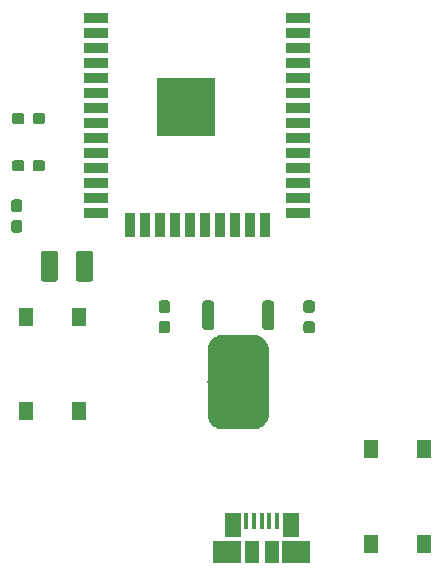
<source format=gtp>
G04 #@! TF.GenerationSoftware,KiCad,Pcbnew,(5.0.0)*
G04 #@! TF.CreationDate,2019-09-16T11:16:57+09:00*
G04 #@! TF.ProjectId,ESP32,45535033322E6B696361645F70636200,rev?*
G04 #@! TF.SameCoordinates,Original*
G04 #@! TF.FileFunction,Paste,Top*
G04 #@! TF.FilePolarity,Positive*
%FSLAX46Y46*%
G04 Gerber Fmt 4.6, Leading zero omitted, Abs format (unit mm)*
G04 Created by KiCad (PCBNEW (5.0.0)) date 09/16/19 11:16:57*
%MOMM*%
%LPD*%
G01*
G04 APERTURE LIST*
%ADD10R,5.000000X5.000000*%
%ADD11R,2.000000X0.900000*%
%ADD12R,0.900000X2.000000*%
%ADD13C,0.100000*%
%ADD14C,0.950000*%
%ADD15R,0.450000X1.380000*%
%ADD16R,1.475000X2.100000*%
%ADD17R,2.375000X1.900000*%
%ADD18R,1.175000X1.900000*%
%ADD19C,1.425000*%
%ADD20R,1.300000X1.550000*%
%ADD21C,1.000000*%
%ADD22C,5.200000*%
G04 APERTURE END LIST*
D10*
G04 #@! TO.C,U1*
X116550000Y-91550000D03*
D11*
X126045000Y-84020000D03*
X126045000Y-85290000D03*
X126045000Y-86560000D03*
X126045000Y-87830000D03*
X126045000Y-89100000D03*
X126045000Y-90370000D03*
X126045000Y-91640000D03*
X126045000Y-92910000D03*
X126045000Y-94180000D03*
X126045000Y-95450000D03*
X126045000Y-96720000D03*
X126045000Y-97990000D03*
X126045000Y-99260000D03*
X126045000Y-100530000D03*
D12*
X123265000Y-101550000D03*
X121995000Y-101550000D03*
X120725000Y-101550000D03*
X119445000Y-101550000D03*
X118185000Y-101550000D03*
X116915000Y-101550000D03*
X115645000Y-101550000D03*
X114375000Y-101550000D03*
X113105000Y-101550000D03*
X111845000Y-101550000D03*
D11*
X108995000Y-100530000D03*
X108995000Y-99260000D03*
X108995000Y-97990000D03*
X108995000Y-96720000D03*
X108995000Y-95450000D03*
X108995000Y-94180000D03*
X108995000Y-92910000D03*
X108995000Y-91640000D03*
X108995000Y-90370000D03*
X108995000Y-89100000D03*
X108995000Y-87830000D03*
X108995000Y-86560000D03*
X108995000Y-85290000D03*
X108995000Y-84020000D03*
G04 #@! TD*
D13*
G04 #@! TO.C,C1*
G36*
X102685779Y-92026144D02*
X102708834Y-92029563D01*
X102731443Y-92035227D01*
X102753387Y-92043079D01*
X102774457Y-92053044D01*
X102794448Y-92065026D01*
X102813168Y-92078910D01*
X102830438Y-92094562D01*
X102846090Y-92111832D01*
X102859974Y-92130552D01*
X102871956Y-92150543D01*
X102881921Y-92171613D01*
X102889773Y-92193557D01*
X102895437Y-92216166D01*
X102898856Y-92239221D01*
X102900000Y-92262500D01*
X102900000Y-92737500D01*
X102898856Y-92760779D01*
X102895437Y-92783834D01*
X102889773Y-92806443D01*
X102881921Y-92828387D01*
X102871956Y-92849457D01*
X102859974Y-92869448D01*
X102846090Y-92888168D01*
X102830438Y-92905438D01*
X102813168Y-92921090D01*
X102794448Y-92934974D01*
X102774457Y-92946956D01*
X102753387Y-92956921D01*
X102731443Y-92964773D01*
X102708834Y-92970437D01*
X102685779Y-92973856D01*
X102662500Y-92975000D01*
X102087500Y-92975000D01*
X102064221Y-92973856D01*
X102041166Y-92970437D01*
X102018557Y-92964773D01*
X101996613Y-92956921D01*
X101975543Y-92946956D01*
X101955552Y-92934974D01*
X101936832Y-92921090D01*
X101919562Y-92905438D01*
X101903910Y-92888168D01*
X101890026Y-92869448D01*
X101878044Y-92849457D01*
X101868079Y-92828387D01*
X101860227Y-92806443D01*
X101854563Y-92783834D01*
X101851144Y-92760779D01*
X101850000Y-92737500D01*
X101850000Y-92262500D01*
X101851144Y-92239221D01*
X101854563Y-92216166D01*
X101860227Y-92193557D01*
X101868079Y-92171613D01*
X101878044Y-92150543D01*
X101890026Y-92130552D01*
X101903910Y-92111832D01*
X101919562Y-92094562D01*
X101936832Y-92078910D01*
X101955552Y-92065026D01*
X101975543Y-92053044D01*
X101996613Y-92043079D01*
X102018557Y-92035227D01*
X102041166Y-92029563D01*
X102064221Y-92026144D01*
X102087500Y-92025000D01*
X102662500Y-92025000D01*
X102685779Y-92026144D01*
X102685779Y-92026144D01*
G37*
D14*
X102375000Y-92500000D03*
D13*
G36*
X104435779Y-92026144D02*
X104458834Y-92029563D01*
X104481443Y-92035227D01*
X104503387Y-92043079D01*
X104524457Y-92053044D01*
X104544448Y-92065026D01*
X104563168Y-92078910D01*
X104580438Y-92094562D01*
X104596090Y-92111832D01*
X104609974Y-92130552D01*
X104621956Y-92150543D01*
X104631921Y-92171613D01*
X104639773Y-92193557D01*
X104645437Y-92216166D01*
X104648856Y-92239221D01*
X104650000Y-92262500D01*
X104650000Y-92737500D01*
X104648856Y-92760779D01*
X104645437Y-92783834D01*
X104639773Y-92806443D01*
X104631921Y-92828387D01*
X104621956Y-92849457D01*
X104609974Y-92869448D01*
X104596090Y-92888168D01*
X104580438Y-92905438D01*
X104563168Y-92921090D01*
X104544448Y-92934974D01*
X104524457Y-92946956D01*
X104503387Y-92956921D01*
X104481443Y-92964773D01*
X104458834Y-92970437D01*
X104435779Y-92973856D01*
X104412500Y-92975000D01*
X103837500Y-92975000D01*
X103814221Y-92973856D01*
X103791166Y-92970437D01*
X103768557Y-92964773D01*
X103746613Y-92956921D01*
X103725543Y-92946956D01*
X103705552Y-92934974D01*
X103686832Y-92921090D01*
X103669562Y-92905438D01*
X103653910Y-92888168D01*
X103640026Y-92869448D01*
X103628044Y-92849457D01*
X103618079Y-92828387D01*
X103610227Y-92806443D01*
X103604563Y-92783834D01*
X103601144Y-92760779D01*
X103600000Y-92737500D01*
X103600000Y-92262500D01*
X103601144Y-92239221D01*
X103604563Y-92216166D01*
X103610227Y-92193557D01*
X103618079Y-92171613D01*
X103628044Y-92150543D01*
X103640026Y-92130552D01*
X103653910Y-92111832D01*
X103669562Y-92094562D01*
X103686832Y-92078910D01*
X103705552Y-92065026D01*
X103725543Y-92053044D01*
X103746613Y-92043079D01*
X103768557Y-92035227D01*
X103791166Y-92029563D01*
X103814221Y-92026144D01*
X103837500Y-92025000D01*
X104412500Y-92025000D01*
X104435779Y-92026144D01*
X104435779Y-92026144D01*
G37*
D14*
X104125000Y-92500000D03*
G04 #@! TD*
D13*
G04 #@! TO.C,C2*
G36*
X102510779Y-99351144D02*
X102533834Y-99354563D01*
X102556443Y-99360227D01*
X102578387Y-99368079D01*
X102599457Y-99378044D01*
X102619448Y-99390026D01*
X102638168Y-99403910D01*
X102655438Y-99419562D01*
X102671090Y-99436832D01*
X102684974Y-99455552D01*
X102696956Y-99475543D01*
X102706921Y-99496613D01*
X102714773Y-99518557D01*
X102720437Y-99541166D01*
X102723856Y-99564221D01*
X102725000Y-99587500D01*
X102725000Y-100162500D01*
X102723856Y-100185779D01*
X102720437Y-100208834D01*
X102714773Y-100231443D01*
X102706921Y-100253387D01*
X102696956Y-100274457D01*
X102684974Y-100294448D01*
X102671090Y-100313168D01*
X102655438Y-100330438D01*
X102638168Y-100346090D01*
X102619448Y-100359974D01*
X102599457Y-100371956D01*
X102578387Y-100381921D01*
X102556443Y-100389773D01*
X102533834Y-100395437D01*
X102510779Y-100398856D01*
X102487500Y-100400000D01*
X102012500Y-100400000D01*
X101989221Y-100398856D01*
X101966166Y-100395437D01*
X101943557Y-100389773D01*
X101921613Y-100381921D01*
X101900543Y-100371956D01*
X101880552Y-100359974D01*
X101861832Y-100346090D01*
X101844562Y-100330438D01*
X101828910Y-100313168D01*
X101815026Y-100294448D01*
X101803044Y-100274457D01*
X101793079Y-100253387D01*
X101785227Y-100231443D01*
X101779563Y-100208834D01*
X101776144Y-100185779D01*
X101775000Y-100162500D01*
X101775000Y-99587500D01*
X101776144Y-99564221D01*
X101779563Y-99541166D01*
X101785227Y-99518557D01*
X101793079Y-99496613D01*
X101803044Y-99475543D01*
X101815026Y-99455552D01*
X101828910Y-99436832D01*
X101844562Y-99419562D01*
X101861832Y-99403910D01*
X101880552Y-99390026D01*
X101900543Y-99378044D01*
X101921613Y-99368079D01*
X101943557Y-99360227D01*
X101966166Y-99354563D01*
X101989221Y-99351144D01*
X102012500Y-99350000D01*
X102487500Y-99350000D01*
X102510779Y-99351144D01*
X102510779Y-99351144D01*
G37*
D14*
X102250000Y-99875000D03*
D13*
G36*
X102510779Y-101101144D02*
X102533834Y-101104563D01*
X102556443Y-101110227D01*
X102578387Y-101118079D01*
X102599457Y-101128044D01*
X102619448Y-101140026D01*
X102638168Y-101153910D01*
X102655438Y-101169562D01*
X102671090Y-101186832D01*
X102684974Y-101205552D01*
X102696956Y-101225543D01*
X102706921Y-101246613D01*
X102714773Y-101268557D01*
X102720437Y-101291166D01*
X102723856Y-101314221D01*
X102725000Y-101337500D01*
X102725000Y-101912500D01*
X102723856Y-101935779D01*
X102720437Y-101958834D01*
X102714773Y-101981443D01*
X102706921Y-102003387D01*
X102696956Y-102024457D01*
X102684974Y-102044448D01*
X102671090Y-102063168D01*
X102655438Y-102080438D01*
X102638168Y-102096090D01*
X102619448Y-102109974D01*
X102599457Y-102121956D01*
X102578387Y-102131921D01*
X102556443Y-102139773D01*
X102533834Y-102145437D01*
X102510779Y-102148856D01*
X102487500Y-102150000D01*
X102012500Y-102150000D01*
X101989221Y-102148856D01*
X101966166Y-102145437D01*
X101943557Y-102139773D01*
X101921613Y-102131921D01*
X101900543Y-102121956D01*
X101880552Y-102109974D01*
X101861832Y-102096090D01*
X101844562Y-102080438D01*
X101828910Y-102063168D01*
X101815026Y-102044448D01*
X101803044Y-102024457D01*
X101793079Y-102003387D01*
X101785227Y-101981443D01*
X101779563Y-101958834D01*
X101776144Y-101935779D01*
X101775000Y-101912500D01*
X101775000Y-101337500D01*
X101776144Y-101314221D01*
X101779563Y-101291166D01*
X101785227Y-101268557D01*
X101793079Y-101246613D01*
X101803044Y-101225543D01*
X101815026Y-101205552D01*
X101828910Y-101186832D01*
X101844562Y-101169562D01*
X101861832Y-101153910D01*
X101880552Y-101140026D01*
X101900543Y-101128044D01*
X101921613Y-101118079D01*
X101943557Y-101110227D01*
X101966166Y-101104563D01*
X101989221Y-101101144D01*
X102012500Y-101100000D01*
X102487500Y-101100000D01*
X102510779Y-101101144D01*
X102510779Y-101101144D01*
G37*
D14*
X102250000Y-101625000D03*
G04 #@! TD*
D13*
G04 #@! TO.C,C3*
G36*
X104435779Y-96026144D02*
X104458834Y-96029563D01*
X104481443Y-96035227D01*
X104503387Y-96043079D01*
X104524457Y-96053044D01*
X104544448Y-96065026D01*
X104563168Y-96078910D01*
X104580438Y-96094562D01*
X104596090Y-96111832D01*
X104609974Y-96130552D01*
X104621956Y-96150543D01*
X104631921Y-96171613D01*
X104639773Y-96193557D01*
X104645437Y-96216166D01*
X104648856Y-96239221D01*
X104650000Y-96262500D01*
X104650000Y-96737500D01*
X104648856Y-96760779D01*
X104645437Y-96783834D01*
X104639773Y-96806443D01*
X104631921Y-96828387D01*
X104621956Y-96849457D01*
X104609974Y-96869448D01*
X104596090Y-96888168D01*
X104580438Y-96905438D01*
X104563168Y-96921090D01*
X104544448Y-96934974D01*
X104524457Y-96946956D01*
X104503387Y-96956921D01*
X104481443Y-96964773D01*
X104458834Y-96970437D01*
X104435779Y-96973856D01*
X104412500Y-96975000D01*
X103837500Y-96975000D01*
X103814221Y-96973856D01*
X103791166Y-96970437D01*
X103768557Y-96964773D01*
X103746613Y-96956921D01*
X103725543Y-96946956D01*
X103705552Y-96934974D01*
X103686832Y-96921090D01*
X103669562Y-96905438D01*
X103653910Y-96888168D01*
X103640026Y-96869448D01*
X103628044Y-96849457D01*
X103618079Y-96828387D01*
X103610227Y-96806443D01*
X103604563Y-96783834D01*
X103601144Y-96760779D01*
X103600000Y-96737500D01*
X103600000Y-96262500D01*
X103601144Y-96239221D01*
X103604563Y-96216166D01*
X103610227Y-96193557D01*
X103618079Y-96171613D01*
X103628044Y-96150543D01*
X103640026Y-96130552D01*
X103653910Y-96111832D01*
X103669562Y-96094562D01*
X103686832Y-96078910D01*
X103705552Y-96065026D01*
X103725543Y-96053044D01*
X103746613Y-96043079D01*
X103768557Y-96035227D01*
X103791166Y-96029563D01*
X103814221Y-96026144D01*
X103837500Y-96025000D01*
X104412500Y-96025000D01*
X104435779Y-96026144D01*
X104435779Y-96026144D01*
G37*
D14*
X104125000Y-96500000D03*
D13*
G36*
X102685779Y-96026144D02*
X102708834Y-96029563D01*
X102731443Y-96035227D01*
X102753387Y-96043079D01*
X102774457Y-96053044D01*
X102794448Y-96065026D01*
X102813168Y-96078910D01*
X102830438Y-96094562D01*
X102846090Y-96111832D01*
X102859974Y-96130552D01*
X102871956Y-96150543D01*
X102881921Y-96171613D01*
X102889773Y-96193557D01*
X102895437Y-96216166D01*
X102898856Y-96239221D01*
X102900000Y-96262500D01*
X102900000Y-96737500D01*
X102898856Y-96760779D01*
X102895437Y-96783834D01*
X102889773Y-96806443D01*
X102881921Y-96828387D01*
X102871956Y-96849457D01*
X102859974Y-96869448D01*
X102846090Y-96888168D01*
X102830438Y-96905438D01*
X102813168Y-96921090D01*
X102794448Y-96934974D01*
X102774457Y-96946956D01*
X102753387Y-96956921D01*
X102731443Y-96964773D01*
X102708834Y-96970437D01*
X102685779Y-96973856D01*
X102662500Y-96975000D01*
X102087500Y-96975000D01*
X102064221Y-96973856D01*
X102041166Y-96970437D01*
X102018557Y-96964773D01*
X101996613Y-96956921D01*
X101975543Y-96946956D01*
X101955552Y-96934974D01*
X101936832Y-96921090D01*
X101919562Y-96905438D01*
X101903910Y-96888168D01*
X101890026Y-96869448D01*
X101878044Y-96849457D01*
X101868079Y-96828387D01*
X101860227Y-96806443D01*
X101854563Y-96783834D01*
X101851144Y-96760779D01*
X101850000Y-96737500D01*
X101850000Y-96262500D01*
X101851144Y-96239221D01*
X101854563Y-96216166D01*
X101860227Y-96193557D01*
X101868079Y-96171613D01*
X101878044Y-96150543D01*
X101890026Y-96130552D01*
X101903910Y-96111832D01*
X101919562Y-96094562D01*
X101936832Y-96078910D01*
X101955552Y-96065026D01*
X101975543Y-96053044D01*
X101996613Y-96043079D01*
X102018557Y-96035227D01*
X102041166Y-96029563D01*
X102064221Y-96026144D01*
X102087500Y-96025000D01*
X102662500Y-96025000D01*
X102685779Y-96026144D01*
X102685779Y-96026144D01*
G37*
D14*
X102375000Y-96500000D03*
G04 #@! TD*
D13*
G04 #@! TO.C,C4*
G36*
X127263386Y-107899691D02*
X127286441Y-107903110D01*
X127309050Y-107908774D01*
X127330994Y-107916626D01*
X127352064Y-107926591D01*
X127372055Y-107938573D01*
X127390775Y-107952457D01*
X127408045Y-107968109D01*
X127423697Y-107985379D01*
X127437581Y-108004099D01*
X127449563Y-108024090D01*
X127459528Y-108045160D01*
X127467380Y-108067104D01*
X127473044Y-108089713D01*
X127476463Y-108112768D01*
X127477607Y-108136047D01*
X127477607Y-108711047D01*
X127476463Y-108734326D01*
X127473044Y-108757381D01*
X127467380Y-108779990D01*
X127459528Y-108801934D01*
X127449563Y-108823004D01*
X127437581Y-108842995D01*
X127423697Y-108861715D01*
X127408045Y-108878985D01*
X127390775Y-108894637D01*
X127372055Y-108908521D01*
X127352064Y-108920503D01*
X127330994Y-108930468D01*
X127309050Y-108938320D01*
X127286441Y-108943984D01*
X127263386Y-108947403D01*
X127240107Y-108948547D01*
X126765107Y-108948547D01*
X126741828Y-108947403D01*
X126718773Y-108943984D01*
X126696164Y-108938320D01*
X126674220Y-108930468D01*
X126653150Y-108920503D01*
X126633159Y-108908521D01*
X126614439Y-108894637D01*
X126597169Y-108878985D01*
X126581517Y-108861715D01*
X126567633Y-108842995D01*
X126555651Y-108823004D01*
X126545686Y-108801934D01*
X126537834Y-108779990D01*
X126532170Y-108757381D01*
X126528751Y-108734326D01*
X126527607Y-108711047D01*
X126527607Y-108136047D01*
X126528751Y-108112768D01*
X126532170Y-108089713D01*
X126537834Y-108067104D01*
X126545686Y-108045160D01*
X126555651Y-108024090D01*
X126567633Y-108004099D01*
X126581517Y-107985379D01*
X126597169Y-107968109D01*
X126614439Y-107952457D01*
X126633159Y-107938573D01*
X126653150Y-107926591D01*
X126674220Y-107916626D01*
X126696164Y-107908774D01*
X126718773Y-107903110D01*
X126741828Y-107899691D01*
X126765107Y-107898547D01*
X127240107Y-107898547D01*
X127263386Y-107899691D01*
X127263386Y-107899691D01*
G37*
D14*
X127002607Y-108423547D03*
D13*
G36*
X127263386Y-109649691D02*
X127286441Y-109653110D01*
X127309050Y-109658774D01*
X127330994Y-109666626D01*
X127352064Y-109676591D01*
X127372055Y-109688573D01*
X127390775Y-109702457D01*
X127408045Y-109718109D01*
X127423697Y-109735379D01*
X127437581Y-109754099D01*
X127449563Y-109774090D01*
X127459528Y-109795160D01*
X127467380Y-109817104D01*
X127473044Y-109839713D01*
X127476463Y-109862768D01*
X127477607Y-109886047D01*
X127477607Y-110461047D01*
X127476463Y-110484326D01*
X127473044Y-110507381D01*
X127467380Y-110529990D01*
X127459528Y-110551934D01*
X127449563Y-110573004D01*
X127437581Y-110592995D01*
X127423697Y-110611715D01*
X127408045Y-110628985D01*
X127390775Y-110644637D01*
X127372055Y-110658521D01*
X127352064Y-110670503D01*
X127330994Y-110680468D01*
X127309050Y-110688320D01*
X127286441Y-110693984D01*
X127263386Y-110697403D01*
X127240107Y-110698547D01*
X126765107Y-110698547D01*
X126741828Y-110697403D01*
X126718773Y-110693984D01*
X126696164Y-110688320D01*
X126674220Y-110680468D01*
X126653150Y-110670503D01*
X126633159Y-110658521D01*
X126614439Y-110644637D01*
X126597169Y-110628985D01*
X126581517Y-110611715D01*
X126567633Y-110592995D01*
X126555651Y-110573004D01*
X126545686Y-110551934D01*
X126537834Y-110529990D01*
X126532170Y-110507381D01*
X126528751Y-110484326D01*
X126527607Y-110461047D01*
X126527607Y-109886047D01*
X126528751Y-109862768D01*
X126532170Y-109839713D01*
X126537834Y-109817104D01*
X126545686Y-109795160D01*
X126555651Y-109774090D01*
X126567633Y-109754099D01*
X126581517Y-109735379D01*
X126597169Y-109718109D01*
X126614439Y-109702457D01*
X126633159Y-109688573D01*
X126653150Y-109676591D01*
X126674220Y-109666626D01*
X126696164Y-109658774D01*
X126718773Y-109653110D01*
X126741828Y-109649691D01*
X126765107Y-109648547D01*
X127240107Y-109648547D01*
X127263386Y-109649691D01*
X127263386Y-109649691D01*
G37*
D14*
X127002607Y-110173547D03*
G04 #@! TD*
D13*
G04 #@! TO.C,C5*
G36*
X115013386Y-109649691D02*
X115036441Y-109653110D01*
X115059050Y-109658774D01*
X115080994Y-109666626D01*
X115102064Y-109676591D01*
X115122055Y-109688573D01*
X115140775Y-109702457D01*
X115158045Y-109718109D01*
X115173697Y-109735379D01*
X115187581Y-109754099D01*
X115199563Y-109774090D01*
X115209528Y-109795160D01*
X115217380Y-109817104D01*
X115223044Y-109839713D01*
X115226463Y-109862768D01*
X115227607Y-109886047D01*
X115227607Y-110461047D01*
X115226463Y-110484326D01*
X115223044Y-110507381D01*
X115217380Y-110529990D01*
X115209528Y-110551934D01*
X115199563Y-110573004D01*
X115187581Y-110592995D01*
X115173697Y-110611715D01*
X115158045Y-110628985D01*
X115140775Y-110644637D01*
X115122055Y-110658521D01*
X115102064Y-110670503D01*
X115080994Y-110680468D01*
X115059050Y-110688320D01*
X115036441Y-110693984D01*
X115013386Y-110697403D01*
X114990107Y-110698547D01*
X114515107Y-110698547D01*
X114491828Y-110697403D01*
X114468773Y-110693984D01*
X114446164Y-110688320D01*
X114424220Y-110680468D01*
X114403150Y-110670503D01*
X114383159Y-110658521D01*
X114364439Y-110644637D01*
X114347169Y-110628985D01*
X114331517Y-110611715D01*
X114317633Y-110592995D01*
X114305651Y-110573004D01*
X114295686Y-110551934D01*
X114287834Y-110529990D01*
X114282170Y-110507381D01*
X114278751Y-110484326D01*
X114277607Y-110461047D01*
X114277607Y-109886047D01*
X114278751Y-109862768D01*
X114282170Y-109839713D01*
X114287834Y-109817104D01*
X114295686Y-109795160D01*
X114305651Y-109774090D01*
X114317633Y-109754099D01*
X114331517Y-109735379D01*
X114347169Y-109718109D01*
X114364439Y-109702457D01*
X114383159Y-109688573D01*
X114403150Y-109676591D01*
X114424220Y-109666626D01*
X114446164Y-109658774D01*
X114468773Y-109653110D01*
X114491828Y-109649691D01*
X114515107Y-109648547D01*
X114990107Y-109648547D01*
X115013386Y-109649691D01*
X115013386Y-109649691D01*
G37*
D14*
X114752607Y-110173547D03*
D13*
G36*
X115013386Y-107899691D02*
X115036441Y-107903110D01*
X115059050Y-107908774D01*
X115080994Y-107916626D01*
X115102064Y-107926591D01*
X115122055Y-107938573D01*
X115140775Y-107952457D01*
X115158045Y-107968109D01*
X115173697Y-107985379D01*
X115187581Y-108004099D01*
X115199563Y-108024090D01*
X115209528Y-108045160D01*
X115217380Y-108067104D01*
X115223044Y-108089713D01*
X115226463Y-108112768D01*
X115227607Y-108136047D01*
X115227607Y-108711047D01*
X115226463Y-108734326D01*
X115223044Y-108757381D01*
X115217380Y-108779990D01*
X115209528Y-108801934D01*
X115199563Y-108823004D01*
X115187581Y-108842995D01*
X115173697Y-108861715D01*
X115158045Y-108878985D01*
X115140775Y-108894637D01*
X115122055Y-108908521D01*
X115102064Y-108920503D01*
X115080994Y-108930468D01*
X115059050Y-108938320D01*
X115036441Y-108943984D01*
X115013386Y-108947403D01*
X114990107Y-108948547D01*
X114515107Y-108948547D01*
X114491828Y-108947403D01*
X114468773Y-108943984D01*
X114446164Y-108938320D01*
X114424220Y-108930468D01*
X114403150Y-108920503D01*
X114383159Y-108908521D01*
X114364439Y-108894637D01*
X114347169Y-108878985D01*
X114331517Y-108861715D01*
X114317633Y-108842995D01*
X114305651Y-108823004D01*
X114295686Y-108801934D01*
X114287834Y-108779990D01*
X114282170Y-108757381D01*
X114278751Y-108734326D01*
X114277607Y-108711047D01*
X114277607Y-108136047D01*
X114278751Y-108112768D01*
X114282170Y-108089713D01*
X114287834Y-108067104D01*
X114295686Y-108045160D01*
X114305651Y-108024090D01*
X114317633Y-108004099D01*
X114331517Y-107985379D01*
X114347169Y-107968109D01*
X114364439Y-107952457D01*
X114383159Y-107938573D01*
X114403150Y-107926591D01*
X114424220Y-107916626D01*
X114446164Y-107908774D01*
X114468773Y-107903110D01*
X114491828Y-107899691D01*
X114515107Y-107898547D01*
X114990107Y-107898547D01*
X115013386Y-107899691D01*
X115013386Y-107899691D01*
G37*
D14*
X114752607Y-108423547D03*
G04 #@! TD*
D15*
G04 #@! TO.C,J1*
X121700000Y-126540000D03*
X122350000Y-126540000D03*
X123000000Y-126540000D03*
X123650000Y-126540000D03*
X124300000Y-126540000D03*
D16*
X120537500Y-126900000D03*
X125462500Y-126900000D03*
D17*
X120090000Y-129200000D03*
X125910000Y-129200000D03*
D18*
X122160000Y-129200000D03*
X123840000Y-129200000D03*
G04 #@! TD*
D13*
G04 #@! TO.C,R1*
G36*
X105499504Y-103676204D02*
X105523773Y-103679804D01*
X105547571Y-103685765D01*
X105570671Y-103694030D01*
X105592849Y-103704520D01*
X105613893Y-103717133D01*
X105633598Y-103731747D01*
X105651777Y-103748223D01*
X105668253Y-103766402D01*
X105682867Y-103786107D01*
X105695480Y-103807151D01*
X105705970Y-103829329D01*
X105714235Y-103852429D01*
X105720196Y-103876227D01*
X105723796Y-103900496D01*
X105725000Y-103925000D01*
X105725000Y-106075000D01*
X105723796Y-106099504D01*
X105720196Y-106123773D01*
X105714235Y-106147571D01*
X105705970Y-106170671D01*
X105695480Y-106192849D01*
X105682867Y-106213893D01*
X105668253Y-106233598D01*
X105651777Y-106251777D01*
X105633598Y-106268253D01*
X105613893Y-106282867D01*
X105592849Y-106295480D01*
X105570671Y-106305970D01*
X105547571Y-106314235D01*
X105523773Y-106320196D01*
X105499504Y-106323796D01*
X105475000Y-106325000D01*
X104550000Y-106325000D01*
X104525496Y-106323796D01*
X104501227Y-106320196D01*
X104477429Y-106314235D01*
X104454329Y-106305970D01*
X104432151Y-106295480D01*
X104411107Y-106282867D01*
X104391402Y-106268253D01*
X104373223Y-106251777D01*
X104356747Y-106233598D01*
X104342133Y-106213893D01*
X104329520Y-106192849D01*
X104319030Y-106170671D01*
X104310765Y-106147571D01*
X104304804Y-106123773D01*
X104301204Y-106099504D01*
X104300000Y-106075000D01*
X104300000Y-103925000D01*
X104301204Y-103900496D01*
X104304804Y-103876227D01*
X104310765Y-103852429D01*
X104319030Y-103829329D01*
X104329520Y-103807151D01*
X104342133Y-103786107D01*
X104356747Y-103766402D01*
X104373223Y-103748223D01*
X104391402Y-103731747D01*
X104411107Y-103717133D01*
X104432151Y-103704520D01*
X104454329Y-103694030D01*
X104477429Y-103685765D01*
X104501227Y-103679804D01*
X104525496Y-103676204D01*
X104550000Y-103675000D01*
X105475000Y-103675000D01*
X105499504Y-103676204D01*
X105499504Y-103676204D01*
G37*
D19*
X105012500Y-105000000D03*
D13*
G36*
X108474504Y-103676204D02*
X108498773Y-103679804D01*
X108522571Y-103685765D01*
X108545671Y-103694030D01*
X108567849Y-103704520D01*
X108588893Y-103717133D01*
X108608598Y-103731747D01*
X108626777Y-103748223D01*
X108643253Y-103766402D01*
X108657867Y-103786107D01*
X108670480Y-103807151D01*
X108680970Y-103829329D01*
X108689235Y-103852429D01*
X108695196Y-103876227D01*
X108698796Y-103900496D01*
X108700000Y-103925000D01*
X108700000Y-106075000D01*
X108698796Y-106099504D01*
X108695196Y-106123773D01*
X108689235Y-106147571D01*
X108680970Y-106170671D01*
X108670480Y-106192849D01*
X108657867Y-106213893D01*
X108643253Y-106233598D01*
X108626777Y-106251777D01*
X108608598Y-106268253D01*
X108588893Y-106282867D01*
X108567849Y-106295480D01*
X108545671Y-106305970D01*
X108522571Y-106314235D01*
X108498773Y-106320196D01*
X108474504Y-106323796D01*
X108450000Y-106325000D01*
X107525000Y-106325000D01*
X107500496Y-106323796D01*
X107476227Y-106320196D01*
X107452429Y-106314235D01*
X107429329Y-106305970D01*
X107407151Y-106295480D01*
X107386107Y-106282867D01*
X107366402Y-106268253D01*
X107348223Y-106251777D01*
X107331747Y-106233598D01*
X107317133Y-106213893D01*
X107304520Y-106192849D01*
X107294030Y-106170671D01*
X107285765Y-106147571D01*
X107279804Y-106123773D01*
X107276204Y-106099504D01*
X107275000Y-106075000D01*
X107275000Y-103925000D01*
X107276204Y-103900496D01*
X107279804Y-103876227D01*
X107285765Y-103852429D01*
X107294030Y-103829329D01*
X107304520Y-103807151D01*
X107317133Y-103786107D01*
X107331747Y-103766402D01*
X107348223Y-103748223D01*
X107366402Y-103731747D01*
X107386107Y-103717133D01*
X107407151Y-103704520D01*
X107429329Y-103694030D01*
X107452429Y-103685765D01*
X107476227Y-103679804D01*
X107500496Y-103676204D01*
X107525000Y-103675000D01*
X108450000Y-103675000D01*
X108474504Y-103676204D01*
X108474504Y-103676204D01*
G37*
D19*
X107987500Y-105000000D03*
G04 #@! TD*
D20*
G04 #@! TO.C,SW1*
X103000000Y-109270000D03*
X107500000Y-109270000D03*
X107500000Y-117230000D03*
X103000000Y-117230000D03*
G04 #@! TD*
G04 #@! TO.C,SW2*
X132250000Y-128480000D03*
X136750000Y-128480000D03*
X136750000Y-120520000D03*
X132250000Y-120520000D03*
G04 #@! TD*
D13*
G04 #@! TO.C,U2*
G36*
X123817111Y-107902251D02*
X123841380Y-107905851D01*
X123865178Y-107911812D01*
X123888278Y-107920077D01*
X123910456Y-107930567D01*
X123931500Y-107943180D01*
X123951205Y-107957794D01*
X123969384Y-107974270D01*
X123985860Y-107992449D01*
X124000474Y-108012154D01*
X124013087Y-108033198D01*
X124023577Y-108055376D01*
X124031842Y-108078476D01*
X124037803Y-108102274D01*
X124041403Y-108126543D01*
X124042607Y-108151047D01*
X124042607Y-110151047D01*
X124041403Y-110175551D01*
X124037803Y-110199820D01*
X124031842Y-110223618D01*
X124023577Y-110246718D01*
X124013087Y-110268896D01*
X124000474Y-110289940D01*
X123985860Y-110309645D01*
X123969384Y-110327824D01*
X123951205Y-110344300D01*
X123931500Y-110358914D01*
X123910456Y-110371527D01*
X123888278Y-110382017D01*
X123865178Y-110390282D01*
X123841380Y-110396243D01*
X123817111Y-110399843D01*
X123792607Y-110401047D01*
X123292607Y-110401047D01*
X123268103Y-110399843D01*
X123243834Y-110396243D01*
X123220036Y-110390282D01*
X123196936Y-110382017D01*
X123174758Y-110371527D01*
X123153714Y-110358914D01*
X123134009Y-110344300D01*
X123115830Y-110327824D01*
X123099354Y-110309645D01*
X123084740Y-110289940D01*
X123072127Y-110268896D01*
X123061637Y-110246718D01*
X123053372Y-110223618D01*
X123047411Y-110199820D01*
X123043811Y-110175551D01*
X123042607Y-110151047D01*
X123042607Y-108151047D01*
X123043811Y-108126543D01*
X123047411Y-108102274D01*
X123053372Y-108078476D01*
X123061637Y-108055376D01*
X123072127Y-108033198D01*
X123084740Y-108012154D01*
X123099354Y-107992449D01*
X123115830Y-107974270D01*
X123134009Y-107957794D01*
X123153714Y-107943180D01*
X123174758Y-107930567D01*
X123196936Y-107920077D01*
X123220036Y-107911812D01*
X123243834Y-107905851D01*
X123268103Y-107902251D01*
X123292607Y-107901047D01*
X123792607Y-107901047D01*
X123817111Y-107902251D01*
X123817111Y-107902251D01*
G37*
D21*
X123542607Y-109151047D03*
D13*
G36*
X122430029Y-110808807D02*
X122556224Y-110827526D01*
X122679977Y-110858525D01*
X122800095Y-110901504D01*
X122915423Y-110956049D01*
X123024848Y-111021637D01*
X123127318Y-111097633D01*
X123221846Y-111183308D01*
X123307521Y-111277836D01*
X123383517Y-111380306D01*
X123449105Y-111489731D01*
X123503650Y-111605059D01*
X123546629Y-111725177D01*
X123577628Y-111848930D01*
X123596347Y-111975125D01*
X123602607Y-112102547D01*
X123602607Y-117502547D01*
X123596347Y-117629969D01*
X123577628Y-117756164D01*
X123546629Y-117879917D01*
X123503650Y-118000035D01*
X123449105Y-118115363D01*
X123383517Y-118224788D01*
X123307521Y-118327258D01*
X123221846Y-118421786D01*
X123127318Y-118507461D01*
X123024848Y-118583457D01*
X122915423Y-118649045D01*
X122800095Y-118703590D01*
X122679977Y-118746569D01*
X122556224Y-118777568D01*
X122430029Y-118796287D01*
X122302607Y-118802547D01*
X119702607Y-118802547D01*
X119575185Y-118796287D01*
X119448990Y-118777568D01*
X119325237Y-118746569D01*
X119205119Y-118703590D01*
X119089791Y-118649045D01*
X118980366Y-118583457D01*
X118877896Y-118507461D01*
X118783368Y-118421786D01*
X118697693Y-118327258D01*
X118621697Y-118224788D01*
X118556109Y-118115363D01*
X118501564Y-118000035D01*
X118458585Y-117879917D01*
X118427586Y-117756164D01*
X118408867Y-117629969D01*
X118402607Y-117502547D01*
X118402607Y-112102547D01*
X118408867Y-111975125D01*
X118427586Y-111848930D01*
X118458585Y-111725177D01*
X118501564Y-111605059D01*
X118556109Y-111489731D01*
X118621697Y-111380306D01*
X118697693Y-111277836D01*
X118783368Y-111183308D01*
X118877896Y-111097633D01*
X118980366Y-111021637D01*
X119089791Y-110956049D01*
X119205119Y-110901504D01*
X119325237Y-110858525D01*
X119448990Y-110827526D01*
X119575185Y-110808807D01*
X119702607Y-110802547D01*
X122302607Y-110802547D01*
X122430029Y-110808807D01*
X122430029Y-110808807D01*
G37*
D22*
X121002607Y-114802547D03*
D13*
G36*
X118737111Y-107902251D02*
X118761380Y-107905851D01*
X118785178Y-107911812D01*
X118808278Y-107920077D01*
X118830456Y-107930567D01*
X118851500Y-107943180D01*
X118871205Y-107957794D01*
X118889384Y-107974270D01*
X118905860Y-107992449D01*
X118920474Y-108012154D01*
X118933087Y-108033198D01*
X118943577Y-108055376D01*
X118951842Y-108078476D01*
X118957803Y-108102274D01*
X118961403Y-108126543D01*
X118962607Y-108151047D01*
X118962607Y-110151047D01*
X118961403Y-110175551D01*
X118957803Y-110199820D01*
X118951842Y-110223618D01*
X118943577Y-110246718D01*
X118933087Y-110268896D01*
X118920474Y-110289940D01*
X118905860Y-110309645D01*
X118889384Y-110327824D01*
X118871205Y-110344300D01*
X118851500Y-110358914D01*
X118830456Y-110371527D01*
X118808278Y-110382017D01*
X118785178Y-110390282D01*
X118761380Y-110396243D01*
X118737111Y-110399843D01*
X118712607Y-110401047D01*
X118212607Y-110401047D01*
X118188103Y-110399843D01*
X118163834Y-110396243D01*
X118140036Y-110390282D01*
X118116936Y-110382017D01*
X118094758Y-110371527D01*
X118073714Y-110358914D01*
X118054009Y-110344300D01*
X118035830Y-110327824D01*
X118019354Y-110309645D01*
X118004740Y-110289940D01*
X117992127Y-110268896D01*
X117981637Y-110246718D01*
X117973372Y-110223618D01*
X117967411Y-110199820D01*
X117963811Y-110175551D01*
X117962607Y-110151047D01*
X117962607Y-108151047D01*
X117963811Y-108126543D01*
X117967411Y-108102274D01*
X117973372Y-108078476D01*
X117981637Y-108055376D01*
X117992127Y-108033198D01*
X118004740Y-108012154D01*
X118019354Y-107992449D01*
X118035830Y-107974270D01*
X118054009Y-107957794D01*
X118073714Y-107943180D01*
X118094758Y-107930567D01*
X118116936Y-107920077D01*
X118140036Y-107911812D01*
X118163834Y-107905851D01*
X118188103Y-107902251D01*
X118212607Y-107901047D01*
X118712607Y-107901047D01*
X118737111Y-107902251D01*
X118737111Y-107902251D01*
G37*
D21*
X118462607Y-109151047D03*
G04 #@! TD*
M02*

</source>
